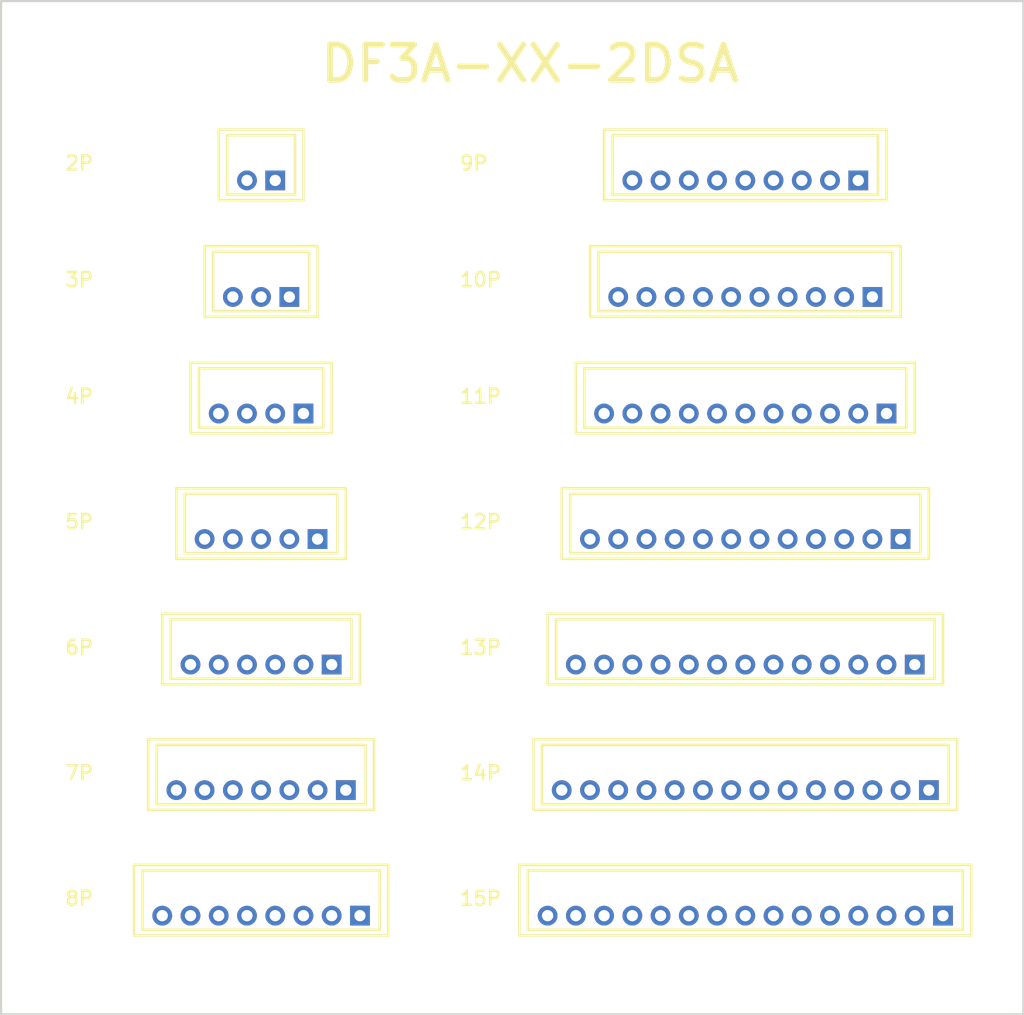
<source format=kicad_pcb>
(kicad_pcb (version 4) (host pcbnew "(2015-02-22 BZR 5447)-product")

  (general
    (links 0)
    (no_connects 0)
    (area 67.869999 39.929999 140.410001 111.835001)
    (thickness 1.6)
    (drawings 7)
    (tracks 0)
    (zones 0)
    (modules 14)
    (nets 1)
  )

  (page A4)
  (layers
    (0 F.Cu signal)
    (31 B.Cu signal)
    (32 B.Adhes user)
    (33 F.Adhes user)
    (34 B.Paste user)
    (35 F.Paste user)
    (36 B.SilkS user)
    (37 F.SilkS user)
    (38 B.Mask user)
    (39 F.Mask user)
    (40 Dwgs.User user)
    (41 Cmts.User user)
    (42 Eco1.User user)
    (43 Eco2.User user)
    (44 Edge.Cuts user)
    (45 Margin user)
    (46 B.CrtYd user)
    (47 F.CrtYd user)
    (48 B.Fab user)
    (49 F.Fab user)
  )

  (setup
    (last_trace_width 0.254)
    (trace_clearance 0.254)
    (zone_clearance 0.508)
    (zone_45_only no)
    (trace_min 0.254)
    (segment_width 0.2)
    (edge_width 0.15)
    (via_size 0.889)
    (via_drill 0.635)
    (via_min_size 0.889)
    (via_min_drill 0.508)
    (uvia_size 0.508)
    (uvia_drill 0.127)
    (uvias_allowed no)
    (uvia_min_size 0.508)
    (uvia_min_drill 0.127)
    (pcb_text_width 0.3)
    (pcb_text_size 1.5 1.5)
    (mod_edge_width 0.15)
    (mod_text_size 1.5 1.5)
    (mod_text_width 0.15)
    (pad_size 1.524 1.524)
    (pad_drill 0.762)
    (pad_to_mask_clearance 0.2)
    (aux_axis_origin 0 0)
    (visible_elements FFFFFF7F)
    (pcbplotparams
      (layerselection 0x00030_80000001)
      (usegerberextensions false)
      (excludeedgelayer true)
      (linewidth 0.100000)
      (plotframeref false)
      (viasonmask false)
      (mode 1)
      (useauxorigin false)
      (hpglpennumber 1)
      (hpglpenspeed 20)
      (hpglpendiameter 15)
      (hpglpenoverlay 2)
      (psnegative false)
      (psa4output false)
      (plotreference true)
      (plotvalue true)
      (plotinvisibletext false)
      (padsonsilk false)
      (subtractmaskfromsilk false)
      (outputformat 1)
      (mirror false)
      (drillshape 1)
      (scaleselection 1)
      (outputdirectory ""))
  )

  (net 0 "")

  (net_class Default "This is the default net class."
    (clearance 0.254)
    (trace_width 0.254)
    (via_dia 0.889)
    (via_drill 0.635)
    (uvia_dia 0.508)
    (uvia_drill 0.127)
  )

  (module Conn-Hirose:DF3A-2P-2DSA (layer F.Cu) (tedit 54F4FEAD) (tstamp 54F5C3CD)
    (at 86.36 52.705)
    (descr "DF3 (2mm pitch) - Vert. Through Hole - Single row, 2 pos.")
    (tags "DF3 2mm Vertical Through Hole")
    (fp_text reference 2P (at -13.97 -0.635) (layer F.SilkS)
      (effects (font (size 1 1) (thickness 0.18)) (justify left bottom))
    )
    (fp_text value DF3X-2P-2DSA (at 0 2.9) (layer F.SilkS) hide
      (effects (font (size 1 1) (thickness 0.18)))
    )
    (fp_line (start -3.5 -4.1) (end 3.5 -4.1) (layer F.CrtYd) (width 0.05))
    (fp_line (start 3.5 -4.1) (end 3.5 1.9) (layer F.CrtYd) (width 0.05))
    (fp_line (start 3.5 1.9) (end -3.5 1.9) (layer F.CrtYd) (width 0.05))
    (fp_line (start -3.5 1.9) (end -3.5 -4.1) (layer F.CrtYd) (width 0.05))
    (fp_line (start -3 -3.6) (end 3 -3.6) (layer F.SilkS) (width 0.18))
    (fp_line (start 3 -3.6) (end 3 1.4) (layer F.SilkS) (width 0.18))
    (fp_line (start 3 1.4) (end 0.5 1.4) (layer F.SilkS) (width 0.18))
    (fp_line (start 0.5 1.4) (end -0.5 1.4) (layer F.SilkS) (width 0.18))
    (fp_line (start -0.5 1.4) (end -3 1.4) (layer F.SilkS) (width 0.18))
    (fp_line (start -3 1.4) (end -3 -3.6) (layer F.SilkS) (width 0.18))
    (fp_line (start -2.4 -3.2) (end 2.4 -3.2) (layer F.SilkS) (width 0.18))
    (fp_line (start 2.4 -3.2) (end 2.4 1) (layer F.SilkS) (width 0.18))
    (fp_line (start -2.4 -3.2) (end -2.4 1) (layer F.SilkS) (width 0.18))
    (fp_line (start -2.4 1) (end 2.4 1) (layer F.SilkS) (width 0.18))
    (pad 1 thru_hole rect (at 1 0) (size 1.4 1.4) (drill 0.8) (layers *.Cu *.Mask))
    (pad 2 thru_hole circle (at -1 0) (size 1.4 1.4) (drill 0.8) (layers *.Cu *.Mask))
    (model conn-hirose.pretty/DF3A-2P-2DSA.wrl
      (at (xyz 0 0 0))
      (scale (xyz 1 1 1))
      (rotate (xyz 0 0 0))
    )
  )

  (module Conn-Hirose:DF3A-3P-2DSA (layer F.Cu) (tedit 54F4FEAC) (tstamp 54F58302)
    (at 86.36 60.96)
    (descr "DF3 (2mm pitch) - Vert. Through Hole - Single row, 3 pos.")
    (tags "DF3 2mm Vertical Through Hole")
    (fp_text reference 3P (at -13.97 -0.635) (layer F.SilkS)
      (effects (font (size 1 1) (thickness 0.18)) (justify left bottom))
    )
    (fp_text value DF3X-3P-2DSA (at 0 2.9) (layer F.SilkS) hide
      (effects (font (size 1 1) (thickness 0.18)))
    )
    (fp_line (start -4.5 -4.1) (end 4.5 -4.1) (layer F.CrtYd) (width 0.05))
    (fp_line (start 4.5 -4.1) (end 4.5 1.9) (layer F.CrtYd) (width 0.05))
    (fp_line (start 4.5 1.9) (end -4.5 1.9) (layer F.CrtYd) (width 0.05))
    (fp_line (start -4.5 1.9) (end -4.5 -4.1) (layer F.CrtYd) (width 0.05))
    (fp_line (start -4 -3.6) (end 4 -3.6) (layer F.SilkS) (width 0.18))
    (fp_line (start 4 -3.6) (end 4 1.4) (layer F.SilkS) (width 0.18))
    (fp_line (start 4 1.4) (end 1.5 1.4) (layer F.SilkS) (width 0.18))
    (fp_line (start 1.5 1.4) (end -1.5 1.4) (layer F.SilkS) (width 0.18))
    (fp_line (start -1.5 1.4) (end -4 1.4) (layer F.SilkS) (width 0.18))
    (fp_line (start -4 1.4) (end -4 -3.6) (layer F.SilkS) (width 0.18))
    (fp_line (start -3.4 -3.2) (end 3.4 -3.2) (layer F.SilkS) (width 0.18))
    (fp_line (start 3.4 -3.2) (end 3.4 1) (layer F.SilkS) (width 0.18))
    (fp_line (start -3.4 -3.2) (end -3.4 1) (layer F.SilkS) (width 0.18))
    (fp_line (start -3.4 1) (end 3.4 1) (layer F.SilkS) (width 0.18))
    (pad 1 thru_hole rect (at 2 0) (size 1.4 1.4) (drill 0.8) (layers *.Cu *.Mask))
    (pad 2 thru_hole circle (at 0 0) (size 1.4 1.4) (drill 0.8) (layers *.Cu *.Mask))
    (pad 3 thru_hole circle (at -2 0) (size 1.4 1.4) (drill 0.8) (layers *.Cu *.Mask))
    (model conn-hirose.pretty/DF3A-3P-2DSA.wrl
      (at (xyz 0 0 0))
      (scale (xyz 1 1 1))
      (rotate (xyz 0 0 0))
    )
  )

  (module Conn-Hirose:DF3A-4P-2DSA (layer F.Cu) (tedit 54F4FEAA) (tstamp 54F59529)
    (at 86.36 69.215)
    (descr "DF3 (2mm pitch) - Vert. Through Hole - Single row, 4 pos.")
    (tags "DF3 2mm Vertical Through Hole")
    (fp_text reference 4P (at -13.97 -0.635) (layer F.SilkS)
      (effects (font (size 1 1) (thickness 0.18)) (justify left bottom))
    )
    (fp_text value DF3X-4P-2DSA (at 0 3) (layer F.SilkS) hide
      (effects (font (size 1 1) (thickness 0.18)))
    )
    (fp_line (start -5.5 -4.1) (end 5.5 -4.1) (layer F.CrtYd) (width 0.05))
    (fp_line (start 5.5 -4.1) (end 5.5 1.9) (layer F.CrtYd) (width 0.05))
    (fp_line (start 5.5 1.9) (end -5.5 1.9) (layer F.CrtYd) (width 0.05))
    (fp_line (start -5.5 1.9) (end -5.5 -4.1) (layer F.CrtYd) (width 0.05))
    (fp_line (start -5 -3.6) (end 5 -3.6) (layer F.SilkS) (width 0.18))
    (fp_line (start 5 -3.6) (end 5 1.4) (layer F.SilkS) (width 0.18))
    (fp_line (start -5 1.4) (end 5 1.4) (layer F.SilkS) (width 0.18))
    (fp_line (start -5 1.4) (end -5 -3.6) (layer F.SilkS) (width 0.18))
    (fp_line (start -4.4 -3.2) (end 4.4 -3.2) (layer F.SilkS) (width 0.18))
    (fp_line (start 4.4 -3.2) (end 4.4 1) (layer F.SilkS) (width 0.18))
    (fp_line (start -4.4 -3.2) (end -4.4 1) (layer F.SilkS) (width 0.18))
    (fp_line (start -4.4 1) (end 4.4 1) (layer F.SilkS) (width 0.18))
    (pad 1 thru_hole rect (at 3 0) (size 1.4 1.4) (drill 0.8) (layers *.Cu *.Mask))
    (pad 2 thru_hole circle (at 1 0) (size 1.4 1.4) (drill 0.8) (layers *.Cu *.Mask))
    (pad 3 thru_hole circle (at -1 0) (size 1.4 1.4) (drill 0.8) (layers *.Cu *.Mask))
    (pad 4 thru_hole circle (at -3 0) (size 1.4 1.4) (drill 0.8) (layers *.Cu *.Mask))
    (model conn-hirose.pretty/DF3A-4P-2DSA.wrl
      (at (xyz 0 0 0))
      (scale (xyz 1 1 1))
      (rotate (xyz 0 0 0))
    )
  )

  (module Conn-Hirose:DF3A-5P-2DSA (layer F.Cu) (tedit 54F4FEA7) (tstamp 54F59920)
    (at 86.36 78.105)
    (descr "DF3 (2mm pitch) - Vert. Through Hole - Single row, 5 pos.")
    (tags "DF3 2mm Vertical Through Hole")
    (fp_text reference 5P (at -13.97 -0.635) (layer F.SilkS)
      (effects (font (size 1 1) (thickness 0.18)) (justify left bottom))
    )
    (fp_text value DF3X-5P-2DSA (at 0 2.9) (layer F.SilkS) hide
      (effects (font (size 1 1) (thickness 0.18)))
    )
    (fp_line (start -6.5 -4.1) (end 6.5 -4.1) (layer F.CrtYd) (width 0.05))
    (fp_line (start 6.5 -4.1) (end 6.5 1.9) (layer F.CrtYd) (width 0.05))
    (fp_line (start 6.5 1.9) (end -6.5 1.9) (layer F.CrtYd) (width 0.05))
    (fp_line (start -6.5 1.9) (end -6.5 -4.1) (layer F.CrtYd) (width 0.05))
    (fp_line (start -6 -3.6) (end 6 -3.6) (layer F.SilkS) (width 0.18))
    (fp_line (start 6 -3.6) (end 6 1.4) (layer F.SilkS) (width 0.18))
    (fp_line (start 6 1.4) (end 3.5 1.4) (layer F.SilkS) (width 0.18))
    (fp_line (start 3.5 1.4) (end -3.5 1.4) (layer F.SilkS) (width 0.18))
    (fp_line (start -3.5 1.4) (end -6 1.4) (layer F.SilkS) (width 0.18))
    (fp_line (start -6 1.4) (end -6 -3.6) (layer F.SilkS) (width 0.18))
    (fp_line (start -5.4 -3.2) (end 5.4 -3.2) (layer F.SilkS) (width 0.18))
    (fp_line (start 5.4 -3.2) (end 5.4 1) (layer F.SilkS) (width 0.18))
    (fp_line (start -5.4 -3.2) (end -5.4 1) (layer F.SilkS) (width 0.18))
    (fp_line (start -5.4 1) (end 5.4 1) (layer F.SilkS) (width 0.18))
    (pad 1 thru_hole rect (at 4 0) (size 1.4 1.4) (drill 0.8) (layers *.Cu *.Mask))
    (pad 2 thru_hole circle (at 2 0) (size 1.4 1.4) (drill 0.8) (layers *.Cu *.Mask))
    (pad 3 thru_hole circle (at 0 0) (size 1.4 1.4) (drill 0.8) (layers *.Cu *.Mask))
    (pad 4 thru_hole circle (at -2 0) (size 1.4 1.4) (drill 0.8) (layers *.Cu *.Mask))
    (pad 5 thru_hole circle (at -4 0) (size 1.4 1.4) (drill 0.8) (layers *.Cu *.Mask))
    (model conn-hirose.pretty/DF3A-5P-2DSA.wrl
      (at (xyz 0 0 0))
      (scale (xyz 1 1 1))
      (rotate (xyz 0 0 0))
    )
  )

  (module Conn-Hirose:DF3A-6P-2DSA (layer F.Cu) (tedit 54F4FEA5) (tstamp 54F59D1F)
    (at 86.36 86.995)
    (descr "DF3 (2mm pitch) - Vert. Through Hole - Single row, 6 pos.")
    (tags "DF3 2mm Vertical Through Hole")
    (fp_text reference 6P (at -13.97 -0.635) (layer F.SilkS)
      (effects (font (size 1 1) (thickness 0.18)) (justify left bottom))
    )
    (fp_text value DF3X-6P-2DSA (at 0 2.9) (layer F.SilkS) hide
      (effects (font (size 1 1) (thickness 0.18)))
    )
    (fp_line (start -7.5 -4.1) (end 7.5 -4.1) (layer F.CrtYd) (width 0.05))
    (fp_line (start 7.5 -4.1) (end 7.5 1.9) (layer F.CrtYd) (width 0.05))
    (fp_line (start 7.5 1.9) (end -7.5 1.9) (layer F.CrtYd) (width 0.05))
    (fp_line (start -7.5 1.9) (end -7.5 -4.1) (layer F.CrtYd) (width 0.05))
    (fp_line (start -7 -3.6) (end 7 -3.6) (layer F.SilkS) (width 0.18))
    (fp_line (start 7 -3.6) (end 7 1.4) (layer F.SilkS) (width 0.18))
    (fp_line (start 7 1.4) (end 4.5 1.4) (layer F.SilkS) (width 0.18))
    (fp_line (start 4.5 1.4) (end -4.5 1.4) (layer F.SilkS) (width 0.18))
    (fp_line (start -4.5 1.4) (end -7 1.4) (layer F.SilkS) (width 0.18))
    (fp_line (start -7 1.4) (end -7 -3.6) (layer F.SilkS) (width 0.18))
    (fp_line (start -6.4 -3.2) (end 6.4 -3.2) (layer F.SilkS) (width 0.18))
    (fp_line (start 6.4 -3.2) (end 6.4 1) (layer F.SilkS) (width 0.18))
    (fp_line (start -6.4 -3.2) (end -6.4 1) (layer F.SilkS) (width 0.18))
    (fp_line (start -6.4 1) (end 6.4 1) (layer F.SilkS) (width 0.18))
    (pad 1 thru_hole rect (at 5 0) (size 1.4 1.4) (drill 0.8) (layers *.Cu *.Mask))
    (pad 2 thru_hole circle (at 3 0) (size 1.4 1.4) (drill 0.8) (layers *.Cu *.Mask))
    (pad 3 thru_hole circle (at 1 0) (size 1.4 1.4) (drill 0.8) (layers *.Cu *.Mask))
    (pad 4 thru_hole circle (at -1 0) (size 1.4 1.4) (drill 0.8) (layers *.Cu *.Mask))
    (pad 5 thru_hole circle (at -3 0) (size 1.4 1.4) (drill 0.8) (layers *.Cu *.Mask))
    (pad 6 thru_hole circle (at -5 0) (size 1.4 1.4) (drill 0.8) (layers *.Cu *.Mask))
    (model conn-hirose.pretty/DF3A-6P-2DSA.wrl
      (at (xyz 0 0 0))
      (scale (xyz 1 1 1))
      (rotate (xyz 0 0 0))
    )
  )

  (module Conn-Hirose:DF3A-7P-2DSA (layer F.Cu) (tedit 54F4FEA4) (tstamp 54F5A11E)
    (at 86.36 95.885)
    (descr "DF3 (2mm pitch) - Vert. Through Hole - Single row, 7 pos.")
    (tags "DF3 2mm Vertical Through Hole")
    (fp_text reference 7P (at -13.97 -0.635) (layer F.SilkS)
      (effects (font (size 1 1) (thickness 0.18)) (justify left bottom))
    )
    (fp_text value DF3X-7P-2DSA (at 0 2.9) (layer F.SilkS) hide
      (effects (font (size 1 1) (thickness 0.18)))
    )
    (fp_line (start -8.5 1.9) (end -8.5 -4.1) (layer F.CrtYd) (width 0.05))
    (fp_line (start -8.5 -4.1) (end 8.5 -4.1) (layer F.CrtYd) (width 0.05))
    (fp_line (start 8.5 -4.1) (end 8.5 1.9) (layer F.CrtYd) (width 0.05))
    (fp_line (start 8.5 1.9) (end -8.5 1.9) (layer F.CrtYd) (width 0.05))
    (fp_line (start -8 -3.6) (end 8 -3.6) (layer F.SilkS) (width 0.18))
    (fp_line (start 8 -3.6) (end 8 1.4) (layer F.SilkS) (width 0.18))
    (fp_line (start 8 1.4) (end -8 1.4) (layer F.SilkS) (width 0.18))
    (fp_line (start -8 1.4) (end -8 -3.6) (layer F.SilkS) (width 0.18))
    (fp_line (start -7.4 -3.2) (end 7.4 -3.2) (layer F.SilkS) (width 0.18))
    (fp_line (start 7.4 -3.2) (end 7.4 1) (layer F.SilkS) (width 0.18))
    (fp_line (start -7.4 -3.2) (end -7.4 1) (layer F.SilkS) (width 0.18))
    (fp_line (start -7.4 1) (end 7.4 1) (layer F.SilkS) (width 0.18))
    (pad 1 thru_hole rect (at 6 0) (size 1.4 1.4) (drill 0.8) (layers *.Cu *.Mask))
    (pad 2 thru_hole circle (at 4 0) (size 1.4 1.4) (drill 0.8) (layers *.Cu *.Mask))
    (pad 3 thru_hole circle (at 2 0) (size 1.4 1.4) (drill 0.8) (layers *.Cu *.Mask))
    (pad 4 thru_hole circle (at 0 0) (size 1.4 1.4) (drill 0.8) (layers *.Cu *.Mask))
    (pad 5 thru_hole circle (at -2 0) (size 1.4 1.4) (drill 0.8) (layers *.Cu *.Mask))
    (pad 6 thru_hole circle (at -4 0) (size 1.4 1.4) (drill 0.8) (layers *.Cu *.Mask))
    (pad 7 thru_hole circle (at -6 0) (size 1.4 1.4) (drill 0.8) (layers *.Cu *.Mask))
    (model conn-hirose.pretty/DF3A-7P-2DSA.wrl
      (at (xyz 0 0 0))
      (scale (xyz 1 1 1))
      (rotate (xyz 0 0 0))
    )
  )

  (module Conn-Hirose:DF3A-8P-2DSA (layer F.Cu) (tedit 54F4FEA2) (tstamp 54F5A51D)
    (at 86.36 104.775)
    (descr "DF3 (2mm pitch) - Vert. Through Hole - Single row, 8 pos.")
    (tags "DF3 2mm Vertical Through Hole")
    (fp_text reference 8P (at -13.97 -0.635) (layer F.SilkS)
      (effects (font (size 1 1) (thickness 0.18)) (justify left bottom))
    )
    (fp_text value DF3X-8P-2DSA (at 0 2.9) (layer F.SilkS) hide
      (effects (font (size 1 1) (thickness 0.18)))
    )
    (fp_line (start -9.5 -4.1) (end 9.5 -4.1) (layer F.CrtYd) (width 0.05))
    (fp_line (start 9.5 -4.1) (end 9.5 1.9) (layer F.CrtYd) (width 0.05))
    (fp_line (start 9.5 1.9) (end -9.5 1.9) (layer F.CrtYd) (width 0.05))
    (fp_line (start -9.5 1.9) (end -9.5 -4.1) (layer F.CrtYd) (width 0.05))
    (fp_line (start -9 -3.6) (end 9 -3.6) (layer F.SilkS) (width 0.18))
    (fp_line (start 9 -3.6) (end 9 1.4) (layer F.SilkS) (width 0.18))
    (fp_line (start 9 1.4) (end -9 1.4) (layer F.SilkS) (width 0.18))
    (fp_line (start -9 1.4) (end -9 -3.6) (layer F.SilkS) (width 0.18))
    (fp_line (start -8.4 -3.2) (end 8.4 -3.2) (layer F.SilkS) (width 0.18))
    (fp_line (start 8.4 -3.2) (end 8.4 1) (layer F.SilkS) (width 0.18))
    (fp_line (start -8.4 -3.2) (end -8.4 1) (layer F.SilkS) (width 0.18))
    (fp_line (start -8.4 1) (end 8.4 1) (layer F.SilkS) (width 0.18))
    (pad 1 thru_hole rect (at 7 0) (size 1.4 1.4) (drill 0.8) (layers *.Cu *.Mask))
    (pad 2 thru_hole circle (at 5 0) (size 1.4 1.4) (drill 0.8) (layers *.Cu *.Mask))
    (pad 3 thru_hole circle (at 3 0) (size 1.4 1.4) (drill 0.8) (layers *.Cu *.Mask))
    (pad 4 thru_hole circle (at 1 0) (size 1.4 1.4) (drill 0.8) (layers *.Cu *.Mask))
    (pad 5 thru_hole circle (at -1 0) (size 1.4 1.4) (drill 0.8) (layers *.Cu *.Mask))
    (pad 6 thru_hole circle (at -3 0) (size 1.4 1.4) (drill 0.8) (layers *.Cu *.Mask))
    (pad 7 thru_hole circle (at -5 0) (size 1.4 1.4) (drill 0.8) (layers *.Cu *.Mask))
    (pad 8 thru_hole circle (at -7 0) (size 1.4 1.4) (drill 0.8) (layers *.Cu *.Mask))
    (model conn-hirose.pretty/DF3A-8P-2DSA.wrl
      (at (xyz 0 0 0))
      (scale (xyz 1 1 1))
      (rotate (xyz 0 0 0))
    )
  )

  (module Conn-Hirose:DF3A-9P-2DSA (layer F.Cu) (tedit 54F4FEC7) (tstamp 54F5A920)
    (at 120.65 52.705)
    (descr "DF3 (2mm pitch) - Vert. Through Hole - Single row, 9 pos.")
    (tags "DF3 2mm Vertical Through Hole")
    (fp_text reference 9P (at -20.32 -0.635) (layer F.SilkS)
      (effects (font (size 1 1) (thickness 0.18)) (justify left bottom))
    )
    (fp_text value DF3X-9P-2DSA (at 0 2.9) (layer F.SilkS) hide
      (effects (font (size 1 1) (thickness 0.18)))
    )
    (fp_line (start -10.5 -4.1) (end 10.5 -4.1) (layer F.CrtYd) (width 0.05))
    (fp_line (start 10.5 -4.1) (end 10.5 1.9) (layer F.CrtYd) (width 0.05))
    (fp_line (start 10.5 1.9) (end -10.5 1.9) (layer F.CrtYd) (width 0.05))
    (fp_line (start -10.5 1.9) (end -10.5 -4.1) (layer F.CrtYd) (width 0.05))
    (fp_line (start -10 -3.6) (end 10 -3.6) (layer F.SilkS) (width 0.18))
    (fp_line (start 10 -3.6) (end 10 1.4) (layer F.SilkS) (width 0.18))
    (fp_line (start 10 1.4) (end -10 1.4) (layer F.SilkS) (width 0.18))
    (fp_line (start -10 1.4) (end -10 -3.6) (layer F.SilkS) (width 0.18))
    (fp_line (start -9.4 -3.2) (end 9.4 -3.2) (layer F.SilkS) (width 0.18))
    (fp_line (start 9.4 -3.2) (end 9.4 1) (layer F.SilkS) (width 0.18))
    (fp_line (start -9.4 -3.2) (end -9.4 1) (layer F.SilkS) (width 0.18))
    (fp_line (start -9.4 1) (end 9.4 1) (layer F.SilkS) (width 0.18))
    (pad 1 thru_hole rect (at 8 0) (size 1.4 1.4) (drill 0.8) (layers *.Cu *.Mask))
    (pad 2 thru_hole circle (at 6 0) (size 1.4 1.4) (drill 0.8) (layers *.Cu *.Mask))
    (pad 3 thru_hole circle (at 4 0) (size 1.4 1.4) (drill 0.8) (layers *.Cu *.Mask))
    (pad 4 thru_hole circle (at 2 0) (size 1.4 1.4) (drill 0.8) (layers *.Cu *.Mask))
    (pad 5 thru_hole circle (at 0 0) (size 1.4 1.4) (drill 0.8) (layers *.Cu *.Mask))
    (pad 6 thru_hole circle (at -2 0) (size 1.4 1.4) (drill 0.8) (layers *.Cu *.Mask))
    (pad 7 thru_hole circle (at -4 0) (size 1.4 1.4) (drill 0.8) (layers *.Cu *.Mask))
    (pad 8 thru_hole circle (at -6 0) (size 1.4 1.4) (drill 0.8) (layers *.Cu *.Mask))
    (pad 9 thru_hole circle (at -8 0) (size 1.4 1.4) (drill 0.8) (layers *.Cu *.Mask))
    (model conn-hirose.pretty/DF3A-9P-2DSA.wrl
      (at (xyz 0 0 0))
      (scale (xyz 1 1 1))
      (rotate (xyz 0 0 0))
    )
  )

  (module Conn-Hirose:DF3A-10P-2DSA (layer F.Cu) (tedit 54F4FEC3) (tstamp 54F5AD27)
    (at 120.65 60.96)
    (descr "DF3 (2mm pitch) - Vert. Through Hole - Single row, 10 pos.")
    (tags "DF3 2mm Vertical Through Hole")
    (fp_text reference 10P (at -20.32 -0.635) (layer F.SilkS)
      (effects (font (size 1 1) (thickness 0.18)) (justify left bottom))
    )
    (fp_text value DF3X-10P-2DSA (at 0 2.9) (layer F.SilkS) hide
      (effects (font (size 1 1) (thickness 0.18)))
    )
    (fp_line (start -11.5 -4.1) (end 11.5 -4.1) (layer F.CrtYd) (width 0.05))
    (fp_line (start 11.5 -4.1) (end 11.5 1.9) (layer F.CrtYd) (width 0.05))
    (fp_line (start 11.5 1.9) (end -11.5 1.9) (layer F.CrtYd) (width 0.05))
    (fp_line (start -11.5 1.9) (end -11.5 -4.1) (layer F.CrtYd) (width 0.05))
    (fp_line (start -11 -3.6) (end 11 -3.6) (layer F.SilkS) (width 0.18))
    (fp_line (start 11 -3.6) (end 11 1.4) (layer F.SilkS) (width 0.18))
    (fp_line (start 11 1.4) (end -11 1.4) (layer F.SilkS) (width 0.18))
    (fp_line (start -11 1.4) (end -11 -3.6) (layer F.SilkS) (width 0.18))
    (fp_line (start -10.4 -3.2) (end 10.4 -3.2) (layer F.SilkS) (width 0.18))
    (fp_line (start 10.4 -3.2) (end 10.4 1) (layer F.SilkS) (width 0.18))
    (fp_line (start -10.4 -3.2) (end -10.4 1) (layer F.SilkS) (width 0.18))
    (fp_line (start -10.4 1) (end 10.4 1) (layer F.SilkS) (width 0.18))
    (pad 10 thru_hole circle (at -9 0) (size 1.4 1.4) (drill 0.8) (layers *.Cu *.Mask))
    (pad 9 thru_hole circle (at -7 0) (size 1.4 1.4) (drill 0.8) (layers *.Cu *.Mask))
    (pad 1 thru_hole rect (at 9 0) (size 1.4 1.4) (drill 0.8) (layers *.Cu *.Mask))
    (pad 2 thru_hole circle (at 7 0) (size 1.4 1.4) (drill 0.8) (layers *.Cu *.Mask))
    (pad 3 thru_hole circle (at 5 0) (size 1.4 1.4) (drill 0.8) (layers *.Cu *.Mask))
    (pad 4 thru_hole circle (at 3 0) (size 1.4 1.4) (drill 0.8) (layers *.Cu *.Mask))
    (pad 5 thru_hole circle (at 1 0) (size 1.4 1.4) (drill 0.8) (layers *.Cu *.Mask))
    (pad 6 thru_hole circle (at -1 0) (size 1.4 1.4) (drill 0.8) (layers *.Cu *.Mask))
    (pad 7 thru_hole circle (at -3 0) (size 1.4 1.4) (drill 0.8) (layers *.Cu *.Mask))
    (pad 8 thru_hole circle (at -5 0) (size 1.4 1.4) (drill 0.8) (layers *.Cu *.Mask))
    (model conn-hirose.pretty/DF3A-10P-2DSA.wrl
      (at (xyz 0 0 0))
      (scale (xyz 1 1 1))
      (rotate (xyz 0 0 0))
    )
  )

  (module Conn-Hirose:DF3A-11P-2DSA (layer F.Cu) (tedit 54F4FEBE) (tstamp 54F5B132)
    (at 120.65 69.215)
    (descr "DF3 (2mm pitch) - Vert. Through Hole - Single row, 11 pos.")
    (tags "DF3 2mm Vertical Through Hole")
    (fp_text reference 11P (at -20.32 -0.635) (layer F.SilkS)
      (effects (font (size 1 1) (thickness 0.18)) (justify left bottom))
    )
    (fp_text value DF3X-11P-2DSA (at 0 2.9) (layer F.SilkS) hide
      (effects (font (size 1 1) (thickness 0.18)))
    )
    (fp_line (start -12.5 -4.1) (end 12.5 -4.1) (layer F.CrtYd) (width 0.05))
    (fp_line (start 12.5 -4.1) (end 12.5 1.9) (layer F.CrtYd) (width 0.05))
    (fp_line (start 12.5 1.9) (end -12.5 1.9) (layer F.CrtYd) (width 0.05))
    (fp_line (start -12.5 1.9) (end -12.5 -4.1) (layer F.CrtYd) (width 0.05))
    (fp_line (start -12 -3.6) (end 12 -3.6) (layer F.SilkS) (width 0.18))
    (fp_line (start 12 -3.6) (end 12 1.4) (layer F.SilkS) (width 0.18))
    (fp_line (start 12 1.4) (end -12 1.4) (layer F.SilkS) (width 0.18))
    (fp_line (start -12 1.4) (end -12 -3.6) (layer F.SilkS) (width 0.18))
    (fp_line (start -11.4 -3.2) (end 11.4 -3.2) (layer F.SilkS) (width 0.18))
    (fp_line (start 11.4 -3.2) (end 11.4 1) (layer F.SilkS) (width 0.18))
    (fp_line (start -11.4 -3.2) (end -11.4 1) (layer F.SilkS) (width 0.18))
    (fp_line (start -11.4 1) (end 11.4 1) (layer F.SilkS) (width 0.18))
    (pad 11 thru_hole circle (at -10 0) (size 1.4 1.4) (drill 0.8) (layers *.Cu *.Mask))
    (pad 10 thru_hole circle (at -8 0) (size 1.4 1.4) (drill 0.8) (layers *.Cu *.Mask))
    (pad 1 thru_hole rect (at 10 0) (size 1.4 1.4) (drill 0.8) (layers *.Cu *.Mask))
    (pad 2 thru_hole circle (at 8 0) (size 1.4 1.4) (drill 0.8) (layers *.Cu *.Mask))
    (pad 3 thru_hole circle (at 6 0) (size 1.4 1.4) (drill 0.8) (layers *.Cu *.Mask))
    (pad 4 thru_hole circle (at 4 0) (size 1.4 1.4) (drill 0.8) (layers *.Cu *.Mask))
    (pad 5 thru_hole circle (at 2 0) (size 1.4 1.4) (drill 0.8) (layers *.Cu *.Mask))
    (pad 6 thru_hole circle (at 0 0) (size 1.4 1.4) (drill 0.8) (layers *.Cu *.Mask))
    (pad 7 thru_hole circle (at -2 0) (size 1.4 1.4) (drill 0.8) (layers *.Cu *.Mask))
    (pad 8 thru_hole circle (at -4 0) (size 1.4 1.4) (drill 0.8) (layers *.Cu *.Mask))
    (pad 9 thru_hole circle (at -6 0) (size 1.4 1.4) (drill 0.8) (layers *.Cu *.Mask))
    (model conn-hirose.pretty/DF3A-11P-2DSA.wrl
      (at (xyz 0 0 0))
      (scale (xyz 1 1 1))
      (rotate (xyz 0 0 0))
    )
  )

  (module Conn-Hirose:DF3A-12P-2DSA (layer F.Cu) (tedit 54F4FEBA) (tstamp 54F5B541)
    (at 120.65 78.105)
    (descr "DF3 (2mm pitch) - Vert. Through Hole - Single row, 12 pos.")
    (tags "DF3 2mm Vertical Through Hole")
    (fp_text reference 12P (at -20.32 -0.635) (layer F.SilkS)
      (effects (font (size 1 1) (thickness 0.18)) (justify left bottom))
    )
    (fp_text value DF3X-12P-2DSA (at 0 2.9) (layer F.SilkS) hide
      (effects (font (size 1 1) (thickness 0.18)))
    )
    (fp_line (start -13.5 -4.1) (end 13.5 -4.1) (layer F.CrtYd) (width 0.05))
    (fp_line (start 13.5 -4.1) (end 13.5 1.9) (layer F.CrtYd) (width 0.05))
    (fp_line (start 13.5 1.9) (end -13.5 1.9) (layer F.CrtYd) (width 0.05))
    (fp_line (start -13.5 1.9) (end -13.5 -4.1) (layer F.CrtYd) (width 0.05))
    (fp_line (start -13 -3.6) (end 13 -3.6) (layer F.SilkS) (width 0.18))
    (fp_line (start 13 -3.6) (end 13 1.4) (layer F.SilkS) (width 0.18))
    (fp_line (start 13 1.4) (end -13 1.4) (layer F.SilkS) (width 0.18))
    (fp_line (start -13 1.4) (end -13 -3.6) (layer F.SilkS) (width 0.18))
    (fp_line (start -12.4 -3.2) (end 12.4 -3.2) (layer F.SilkS) (width 0.18))
    (fp_line (start 12.4 -3.2) (end 12.4 1) (layer F.SilkS) (width 0.18))
    (fp_line (start -12.4 -3.2) (end -12.4 1) (layer F.SilkS) (width 0.18))
    (fp_line (start -12.4 1) (end 12.4 1) (layer F.SilkS) (width 0.18))
    (pad 11 thru_hole circle (at -9 0) (size 1.4 1.4) (drill 0.8) (layers *.Cu *.Mask))
    (pad 12 thru_hole circle (at -11 0) (size 1.4 1.4) (drill 0.8) (layers *.Cu *.Mask))
    (pad 10 thru_hole circle (at -7 0) (size 1.4 1.4) (drill 0.8) (layers *.Cu *.Mask))
    (pad 9 thru_hole circle (at -5 0) (size 1.4 1.4) (drill 0.8) (layers *.Cu *.Mask))
    (pad 1 thru_hole rect (at 11 0) (size 1.4 1.4) (drill 0.8) (layers *.Cu *.Mask))
    (pad 2 thru_hole circle (at 9 0) (size 1.4 1.4) (drill 0.8) (layers *.Cu *.Mask))
    (pad 3 thru_hole circle (at 7 0) (size 1.4 1.4) (drill 0.8) (layers *.Cu *.Mask))
    (pad 4 thru_hole circle (at 5 0) (size 1.4 1.4) (drill 0.8) (layers *.Cu *.Mask))
    (pad 5 thru_hole circle (at 3 0) (size 1.4 1.4) (drill 0.8) (layers *.Cu *.Mask))
    (pad 6 thru_hole circle (at 1 0) (size 1.4 1.4) (drill 0.8) (layers *.Cu *.Mask))
    (pad 7 thru_hole circle (at -1 0) (size 1.4 1.4) (drill 0.8) (layers *.Cu *.Mask))
    (pad 8 thru_hole circle (at -3 0) (size 1.4 1.4) (drill 0.8) (layers *.Cu *.Mask))
    (model conn-hirose.pretty/DF3A-12P-2DSA.wrl
      (at (xyz 0 0 0))
      (scale (xyz 1 1 1))
      (rotate (xyz 0 0 0))
    )
  )

  (module Conn-Hirose:DF3A-13P-2DSA (layer F.Cu) (tedit 54F4FEB7) (tstamp 54F5B954)
    (at 120.65 86.995)
    (descr "DF3 (2mm pitch) - Vert. Through Hole - Single row, 13 pos.")
    (tags "DF3 2mm Vertical Through Hole")
    (fp_text reference 13P (at -20.32 -0.635) (layer F.SilkS)
      (effects (font (size 1 1) (thickness 0.18)) (justify left bottom))
    )
    (fp_text value DF3X-13P-2DSA (at 0 2.9) (layer F.SilkS) hide
      (effects (font (size 1 1) (thickness 0.18)))
    )
    (fp_line (start -14.5 -4.1) (end 14.5 -4.1) (layer F.CrtYd) (width 0.05))
    (fp_line (start 14.5 -4.1) (end 14.5 1.9) (layer F.CrtYd) (width 0.05))
    (fp_line (start 14.5 1.9) (end -14.5 1.9) (layer F.CrtYd) (width 0.05))
    (fp_line (start -14.5 1.9) (end -14.5 -4.1) (layer F.CrtYd) (width 0.05))
    (fp_line (start -14 -3.6) (end 14 -3.6) (layer F.SilkS) (width 0.18))
    (fp_line (start 14 -3.6) (end 14 1.4) (layer F.SilkS) (width 0.18))
    (fp_line (start 14 1.4) (end -14 1.4) (layer F.SilkS) (width 0.18))
    (fp_line (start -14 1.4) (end -14 -3.6) (layer F.SilkS) (width 0.18))
    (fp_line (start -13.4 -3.2) (end 13.4 -3.2) (layer F.SilkS) (width 0.18))
    (fp_line (start 13.4 -3.2) (end 13.4 1) (layer F.SilkS) (width 0.18))
    (fp_line (start -13.4 -3.2) (end -13.4 1) (layer F.SilkS) (width 0.18))
    (fp_line (start -13.4 1) (end 13.4 1) (layer F.SilkS) (width 0.18))
    (pad 12 thru_hole circle (at -10 0) (size 1.4 1.4) (drill 0.8) (layers *.Cu *.Mask))
    (pad 13 thru_hole circle (at -12 0) (size 1.4 1.4) (drill 0.8) (layers *.Cu *.Mask))
    (pad 11 thru_hole circle (at -8 0) (size 1.4 1.4) (drill 0.8) (layers *.Cu *.Mask))
    (pad 10 thru_hole circle (at -6 0) (size 1.4 1.4) (drill 0.8) (layers *.Cu *.Mask))
    (pad 1 thru_hole rect (at 12 0) (size 1.4 1.4) (drill 0.8) (layers *.Cu *.Mask))
    (pad 2 thru_hole circle (at 10 0) (size 1.4 1.4) (drill 0.8) (layers *.Cu *.Mask))
    (pad 3 thru_hole circle (at 8 0) (size 1.4 1.4) (drill 0.8) (layers *.Cu *.Mask))
    (pad 4 thru_hole circle (at 6 0) (size 1.4 1.4) (drill 0.8) (layers *.Cu *.Mask))
    (pad 5 thru_hole circle (at 4 0) (size 1.4 1.4) (drill 0.8) (layers *.Cu *.Mask))
    (pad 6 thru_hole circle (at 2 0) (size 1.4 1.4) (drill 0.8) (layers *.Cu *.Mask))
    (pad 7 thru_hole circle (at 0 0) (size 1.4 1.4) (drill 0.8) (layers *.Cu *.Mask))
    (pad 8 thru_hole circle (at -2 0) (size 1.4 1.4) (drill 0.8) (layers *.Cu *.Mask))
    (pad 9 thru_hole circle (at -4 0) (size 1.4 1.4) (drill 0.8) (layers *.Cu *.Mask))
    (model conn-hirose.pretty/DF3A-13P-2DSA.wrl
      (at (xyz 0 0 0))
      (scale (xyz 1 1 1))
      (rotate (xyz 0 0 0))
    )
  )

  (module Conn-Hirose:DF3A-14P-2DSA (layer F.Cu) (tedit 54F4FEB4) (tstamp 54F5BD6B)
    (at 120.65 95.885)
    (descr "DF3 (2mm pitch) - Vert. Through Hole - Single row, 14 pos.")
    (tags "DF3 2mm Vertical Through Hole")
    (fp_text reference 14P (at -20.32 -0.635) (layer F.SilkS)
      (effects (font (size 1 1) (thickness 0.18)) (justify left bottom))
    )
    (fp_text value DF3X-14P-2DSA (at 0 2.9) (layer F.SilkS) hide
      (effects (font (size 1 1) (thickness 0.18)))
    )
    (fp_line (start -15.5 -4.1) (end 15.5 -4.1) (layer F.CrtYd) (width 0.05))
    (fp_line (start 15.5 -4.1) (end 15.5 1.9) (layer F.CrtYd) (width 0.05))
    (fp_line (start 15.5 1.9) (end -15.5 1.9) (layer F.CrtYd) (width 0.05))
    (fp_line (start -15.5 1.9) (end -15.5 -4.1) (layer F.CrtYd) (width 0.05))
    (fp_line (start -15 -3.6) (end 15 -3.6) (layer F.SilkS) (width 0.18))
    (fp_line (start 15 -3.6) (end 15 1.4) (layer F.SilkS) (width 0.18))
    (fp_line (start 15 1.4) (end -15 1.4) (layer F.SilkS) (width 0.18))
    (fp_line (start -15 1.4) (end -15 -3.6) (layer F.SilkS) (width 0.18))
    (fp_line (start -14.4 -3.2) (end 14.4 -3.2) (layer F.SilkS) (width 0.18))
    (fp_line (start 14.4 -3.2) (end 14.4 1) (layer F.SilkS) (width 0.18))
    (fp_line (start -14.4 -3.2) (end -14.4 1) (layer F.SilkS) (width 0.18))
    (fp_line (start -14.4 1) (end 14.4 1) (layer F.SilkS) (width 0.18))
    (pad 14 thru_hole circle (at -13 0) (size 1.4 1.4) (drill 0.8) (layers *.Cu *.Mask))
    (pad 13 thru_hole circle (at -11 0) (size 1.4 1.4) (drill 0.8) (layers *.Cu *.Mask))
    (pad 11 thru_hole circle (at -7 0) (size 1.4 1.4) (drill 0.8) (layers *.Cu *.Mask))
    (pad 12 thru_hole circle (at -9 0) (size 1.4 1.4) (drill 0.8) (layers *.Cu *.Mask))
    (pad 10 thru_hole circle (at -5 0) (size 1.4 1.4) (drill 0.8) (layers *.Cu *.Mask))
    (pad 9 thru_hole circle (at -3 0) (size 1.4 1.4) (drill 0.8) (layers *.Cu *.Mask))
    (pad 1 thru_hole rect (at 13 0) (size 1.4 1.4) (drill 0.8) (layers *.Cu *.Mask))
    (pad 2 thru_hole circle (at 11 0) (size 1.4 1.4) (drill 0.8) (layers *.Cu *.Mask))
    (pad 3 thru_hole circle (at 9 0) (size 1.4 1.4) (drill 0.8) (layers *.Cu *.Mask))
    (pad 4 thru_hole circle (at 7 0) (size 1.4 1.4) (drill 0.8) (layers *.Cu *.Mask))
    (pad 5 thru_hole circle (at 5 0) (size 1.4 1.4) (drill 0.8) (layers *.Cu *.Mask))
    (pad 6 thru_hole circle (at 3 0) (size 1.4 1.4) (drill 0.8) (layers *.Cu *.Mask))
    (pad 7 thru_hole circle (at 1 0) (size 1.4 1.4) (drill 0.8) (layers *.Cu *.Mask))
    (pad 8 thru_hole circle (at -1 0) (size 1.4 1.4) (drill 0.8) (layers *.Cu *.Mask))
    (model conn-hirose.pretty/DF3A-14P-2DSA.wrl
      (at (xyz 0 0 0))
      (scale (xyz 1 1 1))
      (rotate (xyz 0 0 0))
    )
  )

  (module Conn-Hirose:DF3A-15P-2DSA (layer F.Cu) (tedit 54F4FEB1) (tstamp 54F5C186)
    (at 120.65 104.775)
    (descr "DF3 (2mm pitch) - Vert. Through Hole - Single row, 15 pos.")
    (tags "DF3 2mm Vertical Through Hole")
    (fp_text reference 15P (at -20.32 -0.635) (layer F.SilkS)
      (effects (font (size 1 1) (thickness 0.18)) (justify left bottom))
    )
    (fp_text value DF3X-15P-2DSA (at 0 2.9) (layer F.SilkS) hide
      (effects (font (size 1 1) (thickness 0.18)))
    )
    (fp_line (start -16.5 -4.1) (end 16.5 -4.1) (layer F.CrtYd) (width 0.05))
    (fp_line (start 16.5 -4.1) (end 16.5 1.9) (layer F.CrtYd) (width 0.05))
    (fp_line (start 16.5 1.9) (end -16.5 1.9) (layer F.CrtYd) (width 0.05))
    (fp_line (start -16.5 1.9) (end -16.5 -4.1) (layer F.CrtYd) (width 0.05))
    (fp_line (start -16 -3.6) (end 16 -3.6) (layer F.SilkS) (width 0.18))
    (fp_line (start 16 -3.6) (end 16 1.4) (layer F.SilkS) (width 0.18))
    (fp_line (start 16 1.4) (end -16 1.4) (layer F.SilkS) (width 0.18))
    (fp_line (start -16 1.4) (end -16 -3.6) (layer F.SilkS) (width 0.18))
    (fp_line (start -15.4 -3.2) (end 15.4 -3.2) (layer F.SilkS) (width 0.18))
    (fp_line (start 15.4 -3.2) (end 15.4 1) (layer F.SilkS) (width 0.18))
    (fp_line (start -15.4 -3.2) (end -15.4 1) (layer F.SilkS) (width 0.18))
    (fp_line (start -15.4 1) (end 15.4 1) (layer F.SilkS) (width 0.18))
    (pad 15 thru_hole circle (at -14 0) (size 1.4 1.4) (drill 0.8) (layers *.Cu *.Mask))
    (pad 14 thru_hole circle (at -12 0) (size 1.4 1.4) (drill 0.8) (layers *.Cu *.Mask))
    (pad 12 thru_hole circle (at -8 0) (size 1.4 1.4) (drill 0.8) (layers *.Cu *.Mask))
    (pad 13 thru_hole circle (at -10 0) (size 1.4 1.4) (drill 0.8) (layers *.Cu *.Mask))
    (pad 11 thru_hole circle (at -6 0) (size 1.4 1.4) (drill 0.8) (layers *.Cu *.Mask))
    (pad 10 thru_hole circle (at -4 0) (size 1.4 1.4) (drill 0.8) (layers *.Cu *.Mask))
    (pad 1 thru_hole rect (at 14 0) (size 1.4 1.4) (drill 0.8) (layers *.Cu *.Mask))
    (pad 2 thru_hole circle (at 12 0) (size 1.4 1.4) (drill 0.8) (layers *.Cu *.Mask))
    (pad 3 thru_hole circle (at 10 0) (size 1.4 1.4) (drill 0.8) (layers *.Cu *.Mask))
    (pad 4 thru_hole circle (at 8 0) (size 1.4 1.4) (drill 0.8) (layers *.Cu *.Mask))
    (pad 5 thru_hole circle (at 6 0) (size 1.4 1.4) (drill 0.8) (layers *.Cu *.Mask))
    (pad 6 thru_hole circle (at 4 0) (size 1.4 1.4) (drill 0.8) (layers *.Cu *.Mask))
    (pad 7 thru_hole circle (at 2 0) (size 1.4 1.4) (drill 0.8) (layers *.Cu *.Mask))
    (pad 8 thru_hole circle (at 0 0) (size 1.4 1.4) (drill 0.8) (layers *.Cu *.Mask))
    (pad 9 thru_hole circle (at -2 0) (size 1.4 1.4) (drill 0.8) (layers *.Cu *.Mask))
    (model conn-hirose.pretty/DF3A-15P-2DSA.wrl
      (at (xyz 0 0 0))
      (scale (xyz 1 1 1))
      (rotate (xyz 0 0 0))
    )
  )

  (gr_text DF3A-XX-2DSA (at 105.41 44.45) (layer F.SilkS)
    (effects (font (size 2.5 2.5) (thickness 0.4)))
  )
  (gr_line (start 140.335 45.085) (end 140.335 40.005) (angle 90) (layer Edge.Cuts) (width 0.15))
  (gr_line (start 67.945 45.085) (end 67.945 40.005) (angle 90) (layer Edge.Cuts) (width 0.15))
  (gr_line (start 67.945 45.085) (end 67.945 111.76) (angle 90) (layer Edge.Cuts) (width 0.15))
  (gr_line (start 140.335 40.005) (end 67.945 40.005) (angle 90) (layer Edge.Cuts) (width 0.15))
  (gr_line (start 140.335 111.76) (end 140.335 45.085) (angle 90) (layer Edge.Cuts) (width 0.15))
  (gr_line (start 67.945 111.76) (end 140.335 111.76) (angle 90) (layer Edge.Cuts) (width 0.15))

)

</source>
